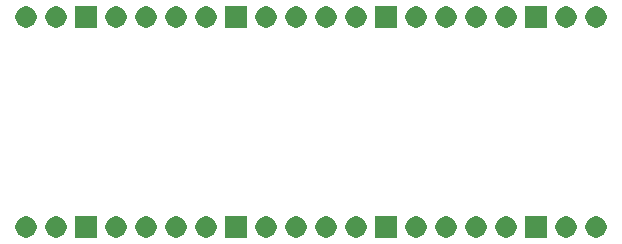
<source format=gbr>
G04 #@! TF.GenerationSoftware,KiCad,Pcbnew,(5.1.6-0-10_14)*
G04 #@! TF.CreationDate,2022-05-05T21:05:38+09:00*
G04 #@! TF.ProjectId,cool640x2,636f6f6c-3634-4307-9832-2e6b69636164,rev?*
G04 #@! TF.SameCoordinates,Original*
G04 #@! TF.FileFunction,Soldermask,Top*
G04 #@! TF.FilePolarity,Negative*
%FSLAX46Y46*%
G04 Gerber Fmt 4.6, Leading zero omitted, Abs format (unit mm)*
G04 Created by KiCad (PCBNEW (5.1.6-0-10_14)) date 2022-05-05 21:05:38*
%MOMM*%
%LPD*%
G01*
G04 APERTURE LIST*
%ADD10C,0.100000*%
G04 APERTURE END LIST*
D10*
G36*
X112943512Y-99063927D02*
G01*
X113092812Y-99093624D01*
X113256784Y-99161544D01*
X113404354Y-99260147D01*
X113529853Y-99385646D01*
X113628456Y-99533216D01*
X113696376Y-99697188D01*
X113731000Y-99871259D01*
X113731000Y-100048741D01*
X113696376Y-100222812D01*
X113628456Y-100386784D01*
X113529853Y-100534354D01*
X113404354Y-100659853D01*
X113256784Y-100758456D01*
X113092812Y-100826376D01*
X112943512Y-100856073D01*
X112918742Y-100861000D01*
X112741258Y-100861000D01*
X112716488Y-100856073D01*
X112567188Y-100826376D01*
X112403216Y-100758456D01*
X112255646Y-100659853D01*
X112130147Y-100534354D01*
X112031544Y-100386784D01*
X111963624Y-100222812D01*
X111929000Y-100048741D01*
X111929000Y-99871259D01*
X111963624Y-99697188D01*
X112031544Y-99533216D01*
X112130147Y-99385646D01*
X112255646Y-99260147D01*
X112403216Y-99161544D01*
X112567188Y-99093624D01*
X112716488Y-99063927D01*
X112741258Y-99059000D01*
X112918742Y-99059000D01*
X112943512Y-99063927D01*
G37*
G36*
X110403512Y-99063927D02*
G01*
X110552812Y-99093624D01*
X110716784Y-99161544D01*
X110864354Y-99260147D01*
X110989853Y-99385646D01*
X111088456Y-99533216D01*
X111156376Y-99697188D01*
X111191000Y-99871259D01*
X111191000Y-100048741D01*
X111156376Y-100222812D01*
X111088456Y-100386784D01*
X110989853Y-100534354D01*
X110864354Y-100659853D01*
X110716784Y-100758456D01*
X110552812Y-100826376D01*
X110403512Y-100856073D01*
X110378742Y-100861000D01*
X110201258Y-100861000D01*
X110176488Y-100856073D01*
X110027188Y-100826376D01*
X109863216Y-100758456D01*
X109715646Y-100659853D01*
X109590147Y-100534354D01*
X109491544Y-100386784D01*
X109423624Y-100222812D01*
X109389000Y-100048741D01*
X109389000Y-99871259D01*
X109423624Y-99697188D01*
X109491544Y-99533216D01*
X109590147Y-99385646D01*
X109715646Y-99260147D01*
X109863216Y-99161544D01*
X110027188Y-99093624D01*
X110176488Y-99063927D01*
X110201258Y-99059000D01*
X110378742Y-99059000D01*
X110403512Y-99063927D01*
G37*
G36*
X108651000Y-100861000D02*
G01*
X106849000Y-100861000D01*
X106849000Y-99059000D01*
X108651000Y-99059000D01*
X108651000Y-100861000D01*
G37*
G36*
X105323512Y-99063927D02*
G01*
X105472812Y-99093624D01*
X105636784Y-99161544D01*
X105784354Y-99260147D01*
X105909853Y-99385646D01*
X106008456Y-99533216D01*
X106076376Y-99697188D01*
X106111000Y-99871259D01*
X106111000Y-100048741D01*
X106076376Y-100222812D01*
X106008456Y-100386784D01*
X105909853Y-100534354D01*
X105784354Y-100659853D01*
X105636784Y-100758456D01*
X105472812Y-100826376D01*
X105323512Y-100856073D01*
X105298742Y-100861000D01*
X105121258Y-100861000D01*
X105096488Y-100856073D01*
X104947188Y-100826376D01*
X104783216Y-100758456D01*
X104635646Y-100659853D01*
X104510147Y-100534354D01*
X104411544Y-100386784D01*
X104343624Y-100222812D01*
X104309000Y-100048741D01*
X104309000Y-99871259D01*
X104343624Y-99697188D01*
X104411544Y-99533216D01*
X104510147Y-99385646D01*
X104635646Y-99260147D01*
X104783216Y-99161544D01*
X104947188Y-99093624D01*
X105096488Y-99063927D01*
X105121258Y-99059000D01*
X105298742Y-99059000D01*
X105323512Y-99063927D01*
G37*
G36*
X102783512Y-99063927D02*
G01*
X102932812Y-99093624D01*
X103096784Y-99161544D01*
X103244354Y-99260147D01*
X103369853Y-99385646D01*
X103468456Y-99533216D01*
X103536376Y-99697188D01*
X103571000Y-99871259D01*
X103571000Y-100048741D01*
X103536376Y-100222812D01*
X103468456Y-100386784D01*
X103369853Y-100534354D01*
X103244354Y-100659853D01*
X103096784Y-100758456D01*
X102932812Y-100826376D01*
X102783512Y-100856073D01*
X102758742Y-100861000D01*
X102581258Y-100861000D01*
X102556488Y-100856073D01*
X102407188Y-100826376D01*
X102243216Y-100758456D01*
X102095646Y-100659853D01*
X101970147Y-100534354D01*
X101871544Y-100386784D01*
X101803624Y-100222812D01*
X101769000Y-100048741D01*
X101769000Y-99871259D01*
X101803624Y-99697188D01*
X101871544Y-99533216D01*
X101970147Y-99385646D01*
X102095646Y-99260147D01*
X102243216Y-99161544D01*
X102407188Y-99093624D01*
X102556488Y-99063927D01*
X102581258Y-99059000D01*
X102758742Y-99059000D01*
X102783512Y-99063927D01*
G37*
G36*
X100243512Y-99063927D02*
G01*
X100392812Y-99093624D01*
X100556784Y-99161544D01*
X100704354Y-99260147D01*
X100829853Y-99385646D01*
X100928456Y-99533216D01*
X100996376Y-99697188D01*
X101031000Y-99871259D01*
X101031000Y-100048741D01*
X100996376Y-100222812D01*
X100928456Y-100386784D01*
X100829853Y-100534354D01*
X100704354Y-100659853D01*
X100556784Y-100758456D01*
X100392812Y-100826376D01*
X100243512Y-100856073D01*
X100218742Y-100861000D01*
X100041258Y-100861000D01*
X100016488Y-100856073D01*
X99867188Y-100826376D01*
X99703216Y-100758456D01*
X99555646Y-100659853D01*
X99430147Y-100534354D01*
X99331544Y-100386784D01*
X99263624Y-100222812D01*
X99229000Y-100048741D01*
X99229000Y-99871259D01*
X99263624Y-99697188D01*
X99331544Y-99533216D01*
X99430147Y-99385646D01*
X99555646Y-99260147D01*
X99703216Y-99161544D01*
X99867188Y-99093624D01*
X100016488Y-99063927D01*
X100041258Y-99059000D01*
X100218742Y-99059000D01*
X100243512Y-99063927D01*
G37*
G36*
X97703512Y-99063927D02*
G01*
X97852812Y-99093624D01*
X98016784Y-99161544D01*
X98164354Y-99260147D01*
X98289853Y-99385646D01*
X98388456Y-99533216D01*
X98456376Y-99697188D01*
X98491000Y-99871259D01*
X98491000Y-100048741D01*
X98456376Y-100222812D01*
X98388456Y-100386784D01*
X98289853Y-100534354D01*
X98164354Y-100659853D01*
X98016784Y-100758456D01*
X97852812Y-100826376D01*
X97703512Y-100856073D01*
X97678742Y-100861000D01*
X97501258Y-100861000D01*
X97476488Y-100856073D01*
X97327188Y-100826376D01*
X97163216Y-100758456D01*
X97015646Y-100659853D01*
X96890147Y-100534354D01*
X96791544Y-100386784D01*
X96723624Y-100222812D01*
X96689000Y-100048741D01*
X96689000Y-99871259D01*
X96723624Y-99697188D01*
X96791544Y-99533216D01*
X96890147Y-99385646D01*
X97015646Y-99260147D01*
X97163216Y-99161544D01*
X97327188Y-99093624D01*
X97476488Y-99063927D01*
X97501258Y-99059000D01*
X97678742Y-99059000D01*
X97703512Y-99063927D01*
G37*
G36*
X95951000Y-100861000D02*
G01*
X94149000Y-100861000D01*
X94149000Y-99059000D01*
X95951000Y-99059000D01*
X95951000Y-100861000D01*
G37*
G36*
X92623512Y-99063927D02*
G01*
X92772812Y-99093624D01*
X92936784Y-99161544D01*
X93084354Y-99260147D01*
X93209853Y-99385646D01*
X93308456Y-99533216D01*
X93376376Y-99697188D01*
X93411000Y-99871259D01*
X93411000Y-100048741D01*
X93376376Y-100222812D01*
X93308456Y-100386784D01*
X93209853Y-100534354D01*
X93084354Y-100659853D01*
X92936784Y-100758456D01*
X92772812Y-100826376D01*
X92623512Y-100856073D01*
X92598742Y-100861000D01*
X92421258Y-100861000D01*
X92396488Y-100856073D01*
X92247188Y-100826376D01*
X92083216Y-100758456D01*
X91935646Y-100659853D01*
X91810147Y-100534354D01*
X91711544Y-100386784D01*
X91643624Y-100222812D01*
X91609000Y-100048741D01*
X91609000Y-99871259D01*
X91643624Y-99697188D01*
X91711544Y-99533216D01*
X91810147Y-99385646D01*
X91935646Y-99260147D01*
X92083216Y-99161544D01*
X92247188Y-99093624D01*
X92396488Y-99063927D01*
X92421258Y-99059000D01*
X92598742Y-99059000D01*
X92623512Y-99063927D01*
G37*
G36*
X90083512Y-99063927D02*
G01*
X90232812Y-99093624D01*
X90396784Y-99161544D01*
X90544354Y-99260147D01*
X90669853Y-99385646D01*
X90768456Y-99533216D01*
X90836376Y-99697188D01*
X90871000Y-99871259D01*
X90871000Y-100048741D01*
X90836376Y-100222812D01*
X90768456Y-100386784D01*
X90669853Y-100534354D01*
X90544354Y-100659853D01*
X90396784Y-100758456D01*
X90232812Y-100826376D01*
X90083512Y-100856073D01*
X90058742Y-100861000D01*
X89881258Y-100861000D01*
X89856488Y-100856073D01*
X89707188Y-100826376D01*
X89543216Y-100758456D01*
X89395646Y-100659853D01*
X89270147Y-100534354D01*
X89171544Y-100386784D01*
X89103624Y-100222812D01*
X89069000Y-100048741D01*
X89069000Y-99871259D01*
X89103624Y-99697188D01*
X89171544Y-99533216D01*
X89270147Y-99385646D01*
X89395646Y-99260147D01*
X89543216Y-99161544D01*
X89707188Y-99093624D01*
X89856488Y-99063927D01*
X89881258Y-99059000D01*
X90058742Y-99059000D01*
X90083512Y-99063927D01*
G37*
G36*
X87543512Y-99063927D02*
G01*
X87692812Y-99093624D01*
X87856784Y-99161544D01*
X88004354Y-99260147D01*
X88129853Y-99385646D01*
X88228456Y-99533216D01*
X88296376Y-99697188D01*
X88331000Y-99871259D01*
X88331000Y-100048741D01*
X88296376Y-100222812D01*
X88228456Y-100386784D01*
X88129853Y-100534354D01*
X88004354Y-100659853D01*
X87856784Y-100758456D01*
X87692812Y-100826376D01*
X87543512Y-100856073D01*
X87518742Y-100861000D01*
X87341258Y-100861000D01*
X87316488Y-100856073D01*
X87167188Y-100826376D01*
X87003216Y-100758456D01*
X86855646Y-100659853D01*
X86730147Y-100534354D01*
X86631544Y-100386784D01*
X86563624Y-100222812D01*
X86529000Y-100048741D01*
X86529000Y-99871259D01*
X86563624Y-99697188D01*
X86631544Y-99533216D01*
X86730147Y-99385646D01*
X86855646Y-99260147D01*
X87003216Y-99161544D01*
X87167188Y-99093624D01*
X87316488Y-99063927D01*
X87341258Y-99059000D01*
X87518742Y-99059000D01*
X87543512Y-99063927D01*
G37*
G36*
X85003512Y-99063927D02*
G01*
X85152812Y-99093624D01*
X85316784Y-99161544D01*
X85464354Y-99260147D01*
X85589853Y-99385646D01*
X85688456Y-99533216D01*
X85756376Y-99697188D01*
X85791000Y-99871259D01*
X85791000Y-100048741D01*
X85756376Y-100222812D01*
X85688456Y-100386784D01*
X85589853Y-100534354D01*
X85464354Y-100659853D01*
X85316784Y-100758456D01*
X85152812Y-100826376D01*
X85003512Y-100856073D01*
X84978742Y-100861000D01*
X84801258Y-100861000D01*
X84776488Y-100856073D01*
X84627188Y-100826376D01*
X84463216Y-100758456D01*
X84315646Y-100659853D01*
X84190147Y-100534354D01*
X84091544Y-100386784D01*
X84023624Y-100222812D01*
X83989000Y-100048741D01*
X83989000Y-99871259D01*
X84023624Y-99697188D01*
X84091544Y-99533216D01*
X84190147Y-99385646D01*
X84315646Y-99260147D01*
X84463216Y-99161544D01*
X84627188Y-99093624D01*
X84776488Y-99063927D01*
X84801258Y-99059000D01*
X84978742Y-99059000D01*
X85003512Y-99063927D01*
G37*
G36*
X83251000Y-100861000D02*
G01*
X81449000Y-100861000D01*
X81449000Y-99059000D01*
X83251000Y-99059000D01*
X83251000Y-100861000D01*
G37*
G36*
X79923512Y-99063927D02*
G01*
X80072812Y-99093624D01*
X80236784Y-99161544D01*
X80384354Y-99260147D01*
X80509853Y-99385646D01*
X80608456Y-99533216D01*
X80676376Y-99697188D01*
X80711000Y-99871259D01*
X80711000Y-100048741D01*
X80676376Y-100222812D01*
X80608456Y-100386784D01*
X80509853Y-100534354D01*
X80384354Y-100659853D01*
X80236784Y-100758456D01*
X80072812Y-100826376D01*
X79923512Y-100856073D01*
X79898742Y-100861000D01*
X79721258Y-100861000D01*
X79696488Y-100856073D01*
X79547188Y-100826376D01*
X79383216Y-100758456D01*
X79235646Y-100659853D01*
X79110147Y-100534354D01*
X79011544Y-100386784D01*
X78943624Y-100222812D01*
X78909000Y-100048741D01*
X78909000Y-99871259D01*
X78943624Y-99697188D01*
X79011544Y-99533216D01*
X79110147Y-99385646D01*
X79235646Y-99260147D01*
X79383216Y-99161544D01*
X79547188Y-99093624D01*
X79696488Y-99063927D01*
X79721258Y-99059000D01*
X79898742Y-99059000D01*
X79923512Y-99063927D01*
G37*
G36*
X77383512Y-99063927D02*
G01*
X77532812Y-99093624D01*
X77696784Y-99161544D01*
X77844354Y-99260147D01*
X77969853Y-99385646D01*
X78068456Y-99533216D01*
X78136376Y-99697188D01*
X78171000Y-99871259D01*
X78171000Y-100048741D01*
X78136376Y-100222812D01*
X78068456Y-100386784D01*
X77969853Y-100534354D01*
X77844354Y-100659853D01*
X77696784Y-100758456D01*
X77532812Y-100826376D01*
X77383512Y-100856073D01*
X77358742Y-100861000D01*
X77181258Y-100861000D01*
X77156488Y-100856073D01*
X77007188Y-100826376D01*
X76843216Y-100758456D01*
X76695646Y-100659853D01*
X76570147Y-100534354D01*
X76471544Y-100386784D01*
X76403624Y-100222812D01*
X76369000Y-100048741D01*
X76369000Y-99871259D01*
X76403624Y-99697188D01*
X76471544Y-99533216D01*
X76570147Y-99385646D01*
X76695646Y-99260147D01*
X76843216Y-99161544D01*
X77007188Y-99093624D01*
X77156488Y-99063927D01*
X77181258Y-99059000D01*
X77358742Y-99059000D01*
X77383512Y-99063927D01*
G37*
G36*
X74843512Y-99063927D02*
G01*
X74992812Y-99093624D01*
X75156784Y-99161544D01*
X75304354Y-99260147D01*
X75429853Y-99385646D01*
X75528456Y-99533216D01*
X75596376Y-99697188D01*
X75631000Y-99871259D01*
X75631000Y-100048741D01*
X75596376Y-100222812D01*
X75528456Y-100386784D01*
X75429853Y-100534354D01*
X75304354Y-100659853D01*
X75156784Y-100758456D01*
X74992812Y-100826376D01*
X74843512Y-100856073D01*
X74818742Y-100861000D01*
X74641258Y-100861000D01*
X74616488Y-100856073D01*
X74467188Y-100826376D01*
X74303216Y-100758456D01*
X74155646Y-100659853D01*
X74030147Y-100534354D01*
X73931544Y-100386784D01*
X73863624Y-100222812D01*
X73829000Y-100048741D01*
X73829000Y-99871259D01*
X73863624Y-99697188D01*
X73931544Y-99533216D01*
X74030147Y-99385646D01*
X74155646Y-99260147D01*
X74303216Y-99161544D01*
X74467188Y-99093624D01*
X74616488Y-99063927D01*
X74641258Y-99059000D01*
X74818742Y-99059000D01*
X74843512Y-99063927D01*
G37*
G36*
X72303512Y-99063927D02*
G01*
X72452812Y-99093624D01*
X72616784Y-99161544D01*
X72764354Y-99260147D01*
X72889853Y-99385646D01*
X72988456Y-99533216D01*
X73056376Y-99697188D01*
X73091000Y-99871259D01*
X73091000Y-100048741D01*
X73056376Y-100222812D01*
X72988456Y-100386784D01*
X72889853Y-100534354D01*
X72764354Y-100659853D01*
X72616784Y-100758456D01*
X72452812Y-100826376D01*
X72303512Y-100856073D01*
X72278742Y-100861000D01*
X72101258Y-100861000D01*
X72076488Y-100856073D01*
X71927188Y-100826376D01*
X71763216Y-100758456D01*
X71615646Y-100659853D01*
X71490147Y-100534354D01*
X71391544Y-100386784D01*
X71323624Y-100222812D01*
X71289000Y-100048741D01*
X71289000Y-99871259D01*
X71323624Y-99697188D01*
X71391544Y-99533216D01*
X71490147Y-99385646D01*
X71615646Y-99260147D01*
X71763216Y-99161544D01*
X71927188Y-99093624D01*
X72076488Y-99063927D01*
X72101258Y-99059000D01*
X72278742Y-99059000D01*
X72303512Y-99063927D01*
G37*
G36*
X70551000Y-100861000D02*
G01*
X68749000Y-100861000D01*
X68749000Y-99059000D01*
X70551000Y-99059000D01*
X70551000Y-100861000D01*
G37*
G36*
X67223512Y-99063927D02*
G01*
X67372812Y-99093624D01*
X67536784Y-99161544D01*
X67684354Y-99260147D01*
X67809853Y-99385646D01*
X67908456Y-99533216D01*
X67976376Y-99697188D01*
X68011000Y-99871259D01*
X68011000Y-100048741D01*
X67976376Y-100222812D01*
X67908456Y-100386784D01*
X67809853Y-100534354D01*
X67684354Y-100659853D01*
X67536784Y-100758456D01*
X67372812Y-100826376D01*
X67223512Y-100856073D01*
X67198742Y-100861000D01*
X67021258Y-100861000D01*
X66996488Y-100856073D01*
X66847188Y-100826376D01*
X66683216Y-100758456D01*
X66535646Y-100659853D01*
X66410147Y-100534354D01*
X66311544Y-100386784D01*
X66243624Y-100222812D01*
X66209000Y-100048741D01*
X66209000Y-99871259D01*
X66243624Y-99697188D01*
X66311544Y-99533216D01*
X66410147Y-99385646D01*
X66535646Y-99260147D01*
X66683216Y-99161544D01*
X66847188Y-99093624D01*
X66996488Y-99063927D01*
X67021258Y-99059000D01*
X67198742Y-99059000D01*
X67223512Y-99063927D01*
G37*
G36*
X64683512Y-99063927D02*
G01*
X64832812Y-99093624D01*
X64996784Y-99161544D01*
X65144354Y-99260147D01*
X65269853Y-99385646D01*
X65368456Y-99533216D01*
X65436376Y-99697188D01*
X65471000Y-99871259D01*
X65471000Y-100048741D01*
X65436376Y-100222812D01*
X65368456Y-100386784D01*
X65269853Y-100534354D01*
X65144354Y-100659853D01*
X64996784Y-100758456D01*
X64832812Y-100826376D01*
X64683512Y-100856073D01*
X64658742Y-100861000D01*
X64481258Y-100861000D01*
X64456488Y-100856073D01*
X64307188Y-100826376D01*
X64143216Y-100758456D01*
X63995646Y-100659853D01*
X63870147Y-100534354D01*
X63771544Y-100386784D01*
X63703624Y-100222812D01*
X63669000Y-100048741D01*
X63669000Y-99871259D01*
X63703624Y-99697188D01*
X63771544Y-99533216D01*
X63870147Y-99385646D01*
X63995646Y-99260147D01*
X64143216Y-99161544D01*
X64307188Y-99093624D01*
X64456488Y-99063927D01*
X64481258Y-99059000D01*
X64658742Y-99059000D01*
X64683512Y-99063927D01*
G37*
G36*
X64683512Y-81283927D02*
G01*
X64832812Y-81313624D01*
X64996784Y-81381544D01*
X65144354Y-81480147D01*
X65269853Y-81605646D01*
X65368456Y-81753216D01*
X65436376Y-81917188D01*
X65471000Y-82091259D01*
X65471000Y-82268741D01*
X65436376Y-82442812D01*
X65368456Y-82606784D01*
X65269853Y-82754354D01*
X65144354Y-82879853D01*
X64996784Y-82978456D01*
X64832812Y-83046376D01*
X64683512Y-83076073D01*
X64658742Y-83081000D01*
X64481258Y-83081000D01*
X64456488Y-83076073D01*
X64307188Y-83046376D01*
X64143216Y-82978456D01*
X63995646Y-82879853D01*
X63870147Y-82754354D01*
X63771544Y-82606784D01*
X63703624Y-82442812D01*
X63669000Y-82268741D01*
X63669000Y-82091259D01*
X63703624Y-81917188D01*
X63771544Y-81753216D01*
X63870147Y-81605646D01*
X63995646Y-81480147D01*
X64143216Y-81381544D01*
X64307188Y-81313624D01*
X64456488Y-81283927D01*
X64481258Y-81279000D01*
X64658742Y-81279000D01*
X64683512Y-81283927D01*
G37*
G36*
X110403512Y-81283927D02*
G01*
X110552812Y-81313624D01*
X110716784Y-81381544D01*
X110864354Y-81480147D01*
X110989853Y-81605646D01*
X111088456Y-81753216D01*
X111156376Y-81917188D01*
X111191000Y-82091259D01*
X111191000Y-82268741D01*
X111156376Y-82442812D01*
X111088456Y-82606784D01*
X110989853Y-82754354D01*
X110864354Y-82879853D01*
X110716784Y-82978456D01*
X110552812Y-83046376D01*
X110403512Y-83076073D01*
X110378742Y-83081000D01*
X110201258Y-83081000D01*
X110176488Y-83076073D01*
X110027188Y-83046376D01*
X109863216Y-82978456D01*
X109715646Y-82879853D01*
X109590147Y-82754354D01*
X109491544Y-82606784D01*
X109423624Y-82442812D01*
X109389000Y-82268741D01*
X109389000Y-82091259D01*
X109423624Y-81917188D01*
X109491544Y-81753216D01*
X109590147Y-81605646D01*
X109715646Y-81480147D01*
X109863216Y-81381544D01*
X110027188Y-81313624D01*
X110176488Y-81283927D01*
X110201258Y-81279000D01*
X110378742Y-81279000D01*
X110403512Y-81283927D01*
G37*
G36*
X108651000Y-83081000D02*
G01*
X106849000Y-83081000D01*
X106849000Y-81279000D01*
X108651000Y-81279000D01*
X108651000Y-83081000D01*
G37*
G36*
X105323512Y-81283927D02*
G01*
X105472812Y-81313624D01*
X105636784Y-81381544D01*
X105784354Y-81480147D01*
X105909853Y-81605646D01*
X106008456Y-81753216D01*
X106076376Y-81917188D01*
X106111000Y-82091259D01*
X106111000Y-82268741D01*
X106076376Y-82442812D01*
X106008456Y-82606784D01*
X105909853Y-82754354D01*
X105784354Y-82879853D01*
X105636784Y-82978456D01*
X105472812Y-83046376D01*
X105323512Y-83076073D01*
X105298742Y-83081000D01*
X105121258Y-83081000D01*
X105096488Y-83076073D01*
X104947188Y-83046376D01*
X104783216Y-82978456D01*
X104635646Y-82879853D01*
X104510147Y-82754354D01*
X104411544Y-82606784D01*
X104343624Y-82442812D01*
X104309000Y-82268741D01*
X104309000Y-82091259D01*
X104343624Y-81917188D01*
X104411544Y-81753216D01*
X104510147Y-81605646D01*
X104635646Y-81480147D01*
X104783216Y-81381544D01*
X104947188Y-81313624D01*
X105096488Y-81283927D01*
X105121258Y-81279000D01*
X105298742Y-81279000D01*
X105323512Y-81283927D01*
G37*
G36*
X102783512Y-81283927D02*
G01*
X102932812Y-81313624D01*
X103096784Y-81381544D01*
X103244354Y-81480147D01*
X103369853Y-81605646D01*
X103468456Y-81753216D01*
X103536376Y-81917188D01*
X103571000Y-82091259D01*
X103571000Y-82268741D01*
X103536376Y-82442812D01*
X103468456Y-82606784D01*
X103369853Y-82754354D01*
X103244354Y-82879853D01*
X103096784Y-82978456D01*
X102932812Y-83046376D01*
X102783512Y-83076073D01*
X102758742Y-83081000D01*
X102581258Y-83081000D01*
X102556488Y-83076073D01*
X102407188Y-83046376D01*
X102243216Y-82978456D01*
X102095646Y-82879853D01*
X101970147Y-82754354D01*
X101871544Y-82606784D01*
X101803624Y-82442812D01*
X101769000Y-82268741D01*
X101769000Y-82091259D01*
X101803624Y-81917188D01*
X101871544Y-81753216D01*
X101970147Y-81605646D01*
X102095646Y-81480147D01*
X102243216Y-81381544D01*
X102407188Y-81313624D01*
X102556488Y-81283927D01*
X102581258Y-81279000D01*
X102758742Y-81279000D01*
X102783512Y-81283927D01*
G37*
G36*
X100243512Y-81283927D02*
G01*
X100392812Y-81313624D01*
X100556784Y-81381544D01*
X100704354Y-81480147D01*
X100829853Y-81605646D01*
X100928456Y-81753216D01*
X100996376Y-81917188D01*
X101031000Y-82091259D01*
X101031000Y-82268741D01*
X100996376Y-82442812D01*
X100928456Y-82606784D01*
X100829853Y-82754354D01*
X100704354Y-82879853D01*
X100556784Y-82978456D01*
X100392812Y-83046376D01*
X100243512Y-83076073D01*
X100218742Y-83081000D01*
X100041258Y-83081000D01*
X100016488Y-83076073D01*
X99867188Y-83046376D01*
X99703216Y-82978456D01*
X99555646Y-82879853D01*
X99430147Y-82754354D01*
X99331544Y-82606784D01*
X99263624Y-82442812D01*
X99229000Y-82268741D01*
X99229000Y-82091259D01*
X99263624Y-81917188D01*
X99331544Y-81753216D01*
X99430147Y-81605646D01*
X99555646Y-81480147D01*
X99703216Y-81381544D01*
X99867188Y-81313624D01*
X100016488Y-81283927D01*
X100041258Y-81279000D01*
X100218742Y-81279000D01*
X100243512Y-81283927D01*
G37*
G36*
X97703512Y-81283927D02*
G01*
X97852812Y-81313624D01*
X98016784Y-81381544D01*
X98164354Y-81480147D01*
X98289853Y-81605646D01*
X98388456Y-81753216D01*
X98456376Y-81917188D01*
X98491000Y-82091259D01*
X98491000Y-82268741D01*
X98456376Y-82442812D01*
X98388456Y-82606784D01*
X98289853Y-82754354D01*
X98164354Y-82879853D01*
X98016784Y-82978456D01*
X97852812Y-83046376D01*
X97703512Y-83076073D01*
X97678742Y-83081000D01*
X97501258Y-83081000D01*
X97476488Y-83076073D01*
X97327188Y-83046376D01*
X97163216Y-82978456D01*
X97015646Y-82879853D01*
X96890147Y-82754354D01*
X96791544Y-82606784D01*
X96723624Y-82442812D01*
X96689000Y-82268741D01*
X96689000Y-82091259D01*
X96723624Y-81917188D01*
X96791544Y-81753216D01*
X96890147Y-81605646D01*
X97015646Y-81480147D01*
X97163216Y-81381544D01*
X97327188Y-81313624D01*
X97476488Y-81283927D01*
X97501258Y-81279000D01*
X97678742Y-81279000D01*
X97703512Y-81283927D01*
G37*
G36*
X95951000Y-83081000D02*
G01*
X94149000Y-83081000D01*
X94149000Y-81279000D01*
X95951000Y-81279000D01*
X95951000Y-83081000D01*
G37*
G36*
X92623512Y-81283927D02*
G01*
X92772812Y-81313624D01*
X92936784Y-81381544D01*
X93084354Y-81480147D01*
X93209853Y-81605646D01*
X93308456Y-81753216D01*
X93376376Y-81917188D01*
X93411000Y-82091259D01*
X93411000Y-82268741D01*
X93376376Y-82442812D01*
X93308456Y-82606784D01*
X93209853Y-82754354D01*
X93084354Y-82879853D01*
X92936784Y-82978456D01*
X92772812Y-83046376D01*
X92623512Y-83076073D01*
X92598742Y-83081000D01*
X92421258Y-83081000D01*
X92396488Y-83076073D01*
X92247188Y-83046376D01*
X92083216Y-82978456D01*
X91935646Y-82879853D01*
X91810147Y-82754354D01*
X91711544Y-82606784D01*
X91643624Y-82442812D01*
X91609000Y-82268741D01*
X91609000Y-82091259D01*
X91643624Y-81917188D01*
X91711544Y-81753216D01*
X91810147Y-81605646D01*
X91935646Y-81480147D01*
X92083216Y-81381544D01*
X92247188Y-81313624D01*
X92396488Y-81283927D01*
X92421258Y-81279000D01*
X92598742Y-81279000D01*
X92623512Y-81283927D01*
G37*
G36*
X90083512Y-81283927D02*
G01*
X90232812Y-81313624D01*
X90396784Y-81381544D01*
X90544354Y-81480147D01*
X90669853Y-81605646D01*
X90768456Y-81753216D01*
X90836376Y-81917188D01*
X90871000Y-82091259D01*
X90871000Y-82268741D01*
X90836376Y-82442812D01*
X90768456Y-82606784D01*
X90669853Y-82754354D01*
X90544354Y-82879853D01*
X90396784Y-82978456D01*
X90232812Y-83046376D01*
X90083512Y-83076073D01*
X90058742Y-83081000D01*
X89881258Y-83081000D01*
X89856488Y-83076073D01*
X89707188Y-83046376D01*
X89543216Y-82978456D01*
X89395646Y-82879853D01*
X89270147Y-82754354D01*
X89171544Y-82606784D01*
X89103624Y-82442812D01*
X89069000Y-82268741D01*
X89069000Y-82091259D01*
X89103624Y-81917188D01*
X89171544Y-81753216D01*
X89270147Y-81605646D01*
X89395646Y-81480147D01*
X89543216Y-81381544D01*
X89707188Y-81313624D01*
X89856488Y-81283927D01*
X89881258Y-81279000D01*
X90058742Y-81279000D01*
X90083512Y-81283927D01*
G37*
G36*
X87543512Y-81283927D02*
G01*
X87692812Y-81313624D01*
X87856784Y-81381544D01*
X88004354Y-81480147D01*
X88129853Y-81605646D01*
X88228456Y-81753216D01*
X88296376Y-81917188D01*
X88331000Y-82091259D01*
X88331000Y-82268741D01*
X88296376Y-82442812D01*
X88228456Y-82606784D01*
X88129853Y-82754354D01*
X88004354Y-82879853D01*
X87856784Y-82978456D01*
X87692812Y-83046376D01*
X87543512Y-83076073D01*
X87518742Y-83081000D01*
X87341258Y-83081000D01*
X87316488Y-83076073D01*
X87167188Y-83046376D01*
X87003216Y-82978456D01*
X86855646Y-82879853D01*
X86730147Y-82754354D01*
X86631544Y-82606784D01*
X86563624Y-82442812D01*
X86529000Y-82268741D01*
X86529000Y-82091259D01*
X86563624Y-81917188D01*
X86631544Y-81753216D01*
X86730147Y-81605646D01*
X86855646Y-81480147D01*
X87003216Y-81381544D01*
X87167188Y-81313624D01*
X87316488Y-81283927D01*
X87341258Y-81279000D01*
X87518742Y-81279000D01*
X87543512Y-81283927D01*
G37*
G36*
X85003512Y-81283927D02*
G01*
X85152812Y-81313624D01*
X85316784Y-81381544D01*
X85464354Y-81480147D01*
X85589853Y-81605646D01*
X85688456Y-81753216D01*
X85756376Y-81917188D01*
X85791000Y-82091259D01*
X85791000Y-82268741D01*
X85756376Y-82442812D01*
X85688456Y-82606784D01*
X85589853Y-82754354D01*
X85464354Y-82879853D01*
X85316784Y-82978456D01*
X85152812Y-83046376D01*
X85003512Y-83076073D01*
X84978742Y-83081000D01*
X84801258Y-83081000D01*
X84776488Y-83076073D01*
X84627188Y-83046376D01*
X84463216Y-82978456D01*
X84315646Y-82879853D01*
X84190147Y-82754354D01*
X84091544Y-82606784D01*
X84023624Y-82442812D01*
X83989000Y-82268741D01*
X83989000Y-82091259D01*
X84023624Y-81917188D01*
X84091544Y-81753216D01*
X84190147Y-81605646D01*
X84315646Y-81480147D01*
X84463216Y-81381544D01*
X84627188Y-81313624D01*
X84776488Y-81283927D01*
X84801258Y-81279000D01*
X84978742Y-81279000D01*
X85003512Y-81283927D01*
G37*
G36*
X83251000Y-83081000D02*
G01*
X81449000Y-83081000D01*
X81449000Y-81279000D01*
X83251000Y-81279000D01*
X83251000Y-83081000D01*
G37*
G36*
X79923512Y-81283927D02*
G01*
X80072812Y-81313624D01*
X80236784Y-81381544D01*
X80384354Y-81480147D01*
X80509853Y-81605646D01*
X80608456Y-81753216D01*
X80676376Y-81917188D01*
X80711000Y-82091259D01*
X80711000Y-82268741D01*
X80676376Y-82442812D01*
X80608456Y-82606784D01*
X80509853Y-82754354D01*
X80384354Y-82879853D01*
X80236784Y-82978456D01*
X80072812Y-83046376D01*
X79923512Y-83076073D01*
X79898742Y-83081000D01*
X79721258Y-83081000D01*
X79696488Y-83076073D01*
X79547188Y-83046376D01*
X79383216Y-82978456D01*
X79235646Y-82879853D01*
X79110147Y-82754354D01*
X79011544Y-82606784D01*
X78943624Y-82442812D01*
X78909000Y-82268741D01*
X78909000Y-82091259D01*
X78943624Y-81917188D01*
X79011544Y-81753216D01*
X79110147Y-81605646D01*
X79235646Y-81480147D01*
X79383216Y-81381544D01*
X79547188Y-81313624D01*
X79696488Y-81283927D01*
X79721258Y-81279000D01*
X79898742Y-81279000D01*
X79923512Y-81283927D01*
G37*
G36*
X77383512Y-81283927D02*
G01*
X77532812Y-81313624D01*
X77696784Y-81381544D01*
X77844354Y-81480147D01*
X77969853Y-81605646D01*
X78068456Y-81753216D01*
X78136376Y-81917188D01*
X78171000Y-82091259D01*
X78171000Y-82268741D01*
X78136376Y-82442812D01*
X78068456Y-82606784D01*
X77969853Y-82754354D01*
X77844354Y-82879853D01*
X77696784Y-82978456D01*
X77532812Y-83046376D01*
X77383512Y-83076073D01*
X77358742Y-83081000D01*
X77181258Y-83081000D01*
X77156488Y-83076073D01*
X77007188Y-83046376D01*
X76843216Y-82978456D01*
X76695646Y-82879853D01*
X76570147Y-82754354D01*
X76471544Y-82606784D01*
X76403624Y-82442812D01*
X76369000Y-82268741D01*
X76369000Y-82091259D01*
X76403624Y-81917188D01*
X76471544Y-81753216D01*
X76570147Y-81605646D01*
X76695646Y-81480147D01*
X76843216Y-81381544D01*
X77007188Y-81313624D01*
X77156488Y-81283927D01*
X77181258Y-81279000D01*
X77358742Y-81279000D01*
X77383512Y-81283927D01*
G37*
G36*
X74843512Y-81283927D02*
G01*
X74992812Y-81313624D01*
X75156784Y-81381544D01*
X75304354Y-81480147D01*
X75429853Y-81605646D01*
X75528456Y-81753216D01*
X75596376Y-81917188D01*
X75631000Y-82091259D01*
X75631000Y-82268741D01*
X75596376Y-82442812D01*
X75528456Y-82606784D01*
X75429853Y-82754354D01*
X75304354Y-82879853D01*
X75156784Y-82978456D01*
X74992812Y-83046376D01*
X74843512Y-83076073D01*
X74818742Y-83081000D01*
X74641258Y-83081000D01*
X74616488Y-83076073D01*
X74467188Y-83046376D01*
X74303216Y-82978456D01*
X74155646Y-82879853D01*
X74030147Y-82754354D01*
X73931544Y-82606784D01*
X73863624Y-82442812D01*
X73829000Y-82268741D01*
X73829000Y-82091259D01*
X73863624Y-81917188D01*
X73931544Y-81753216D01*
X74030147Y-81605646D01*
X74155646Y-81480147D01*
X74303216Y-81381544D01*
X74467188Y-81313624D01*
X74616488Y-81283927D01*
X74641258Y-81279000D01*
X74818742Y-81279000D01*
X74843512Y-81283927D01*
G37*
G36*
X72303512Y-81283927D02*
G01*
X72452812Y-81313624D01*
X72616784Y-81381544D01*
X72764354Y-81480147D01*
X72889853Y-81605646D01*
X72988456Y-81753216D01*
X73056376Y-81917188D01*
X73091000Y-82091259D01*
X73091000Y-82268741D01*
X73056376Y-82442812D01*
X72988456Y-82606784D01*
X72889853Y-82754354D01*
X72764354Y-82879853D01*
X72616784Y-82978456D01*
X72452812Y-83046376D01*
X72303512Y-83076073D01*
X72278742Y-83081000D01*
X72101258Y-83081000D01*
X72076488Y-83076073D01*
X71927188Y-83046376D01*
X71763216Y-82978456D01*
X71615646Y-82879853D01*
X71490147Y-82754354D01*
X71391544Y-82606784D01*
X71323624Y-82442812D01*
X71289000Y-82268741D01*
X71289000Y-82091259D01*
X71323624Y-81917188D01*
X71391544Y-81753216D01*
X71490147Y-81605646D01*
X71615646Y-81480147D01*
X71763216Y-81381544D01*
X71927188Y-81313624D01*
X72076488Y-81283927D01*
X72101258Y-81279000D01*
X72278742Y-81279000D01*
X72303512Y-81283927D01*
G37*
G36*
X70551000Y-83081000D02*
G01*
X68749000Y-83081000D01*
X68749000Y-81279000D01*
X70551000Y-81279000D01*
X70551000Y-83081000D01*
G37*
G36*
X67223512Y-81283927D02*
G01*
X67372812Y-81313624D01*
X67536784Y-81381544D01*
X67684354Y-81480147D01*
X67809853Y-81605646D01*
X67908456Y-81753216D01*
X67976376Y-81917188D01*
X68011000Y-82091259D01*
X68011000Y-82268741D01*
X67976376Y-82442812D01*
X67908456Y-82606784D01*
X67809853Y-82754354D01*
X67684354Y-82879853D01*
X67536784Y-82978456D01*
X67372812Y-83046376D01*
X67223512Y-83076073D01*
X67198742Y-83081000D01*
X67021258Y-83081000D01*
X66996488Y-83076073D01*
X66847188Y-83046376D01*
X66683216Y-82978456D01*
X66535646Y-82879853D01*
X66410147Y-82754354D01*
X66311544Y-82606784D01*
X66243624Y-82442812D01*
X66209000Y-82268741D01*
X66209000Y-82091259D01*
X66243624Y-81917188D01*
X66311544Y-81753216D01*
X66410147Y-81605646D01*
X66535646Y-81480147D01*
X66683216Y-81381544D01*
X66847188Y-81313624D01*
X66996488Y-81283927D01*
X67021258Y-81279000D01*
X67198742Y-81279000D01*
X67223512Y-81283927D01*
G37*
G36*
X112943512Y-81283927D02*
G01*
X113092812Y-81313624D01*
X113256784Y-81381544D01*
X113404354Y-81480147D01*
X113529853Y-81605646D01*
X113628456Y-81753216D01*
X113696376Y-81917188D01*
X113731000Y-82091259D01*
X113731000Y-82268741D01*
X113696376Y-82442812D01*
X113628456Y-82606784D01*
X113529853Y-82754354D01*
X113404354Y-82879853D01*
X113256784Y-82978456D01*
X113092812Y-83046376D01*
X112943512Y-83076073D01*
X112918742Y-83081000D01*
X112741258Y-83081000D01*
X112716488Y-83076073D01*
X112567188Y-83046376D01*
X112403216Y-82978456D01*
X112255646Y-82879853D01*
X112130147Y-82754354D01*
X112031544Y-82606784D01*
X111963624Y-82442812D01*
X111929000Y-82268741D01*
X111929000Y-82091259D01*
X111963624Y-81917188D01*
X112031544Y-81753216D01*
X112130147Y-81605646D01*
X112255646Y-81480147D01*
X112403216Y-81381544D01*
X112567188Y-81313624D01*
X112716488Y-81283927D01*
X112741258Y-81279000D01*
X112918742Y-81279000D01*
X112943512Y-81283927D01*
G37*
M02*

</source>
